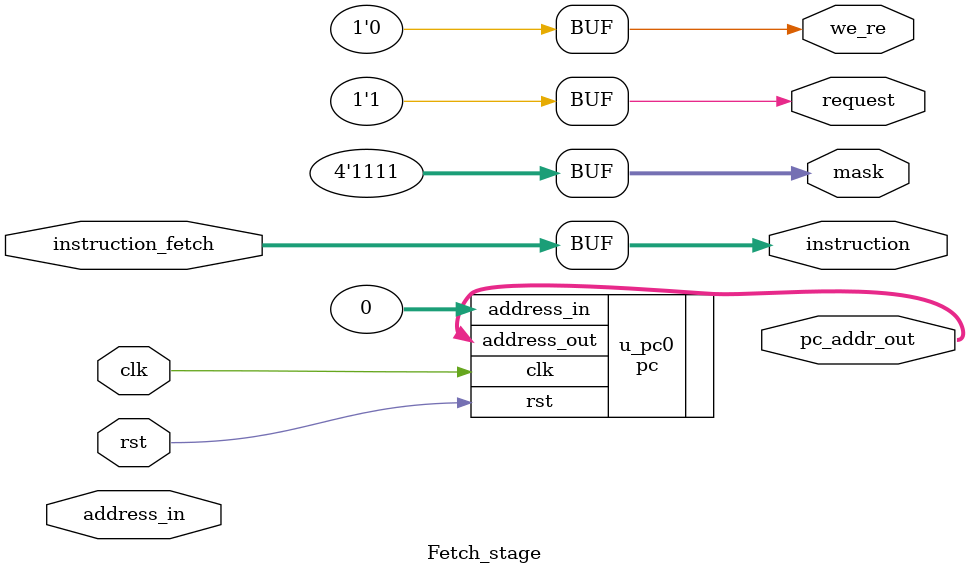
<source format=sv>


module Fetch_stage
#
(
parameter INSTRUCTION =32,
parameter ADDRESS=32
)
(
   input  clk,
   input  rst,
/* verilator lint_off UNUSED */
   input  [ADDRESS-1:0] address_in,
   input  [INSTRUCTION-1:0] instruction_fetch,

   output logic request,
   output logic we_re,
   output logic [3:0]mask,
   output logic [INSTRUCTION-1:0] instruction,
   output logic [ADDRESS-1:0] pc_addr_out
   );
        // PROGRAM COUNTER
pc u_pc0 
(
    .clk(clk),
    .rst(rst),
/* verilator lint_off UNUSED */
    .address_in(0),
    .address_out(pc_addr_out)
);



    always_comb begin
        instruction = instruction_fetch ;
        mask = 4'b1111;
        request = 1;
        we_re   = 0;
    end

endmodule

</source>
